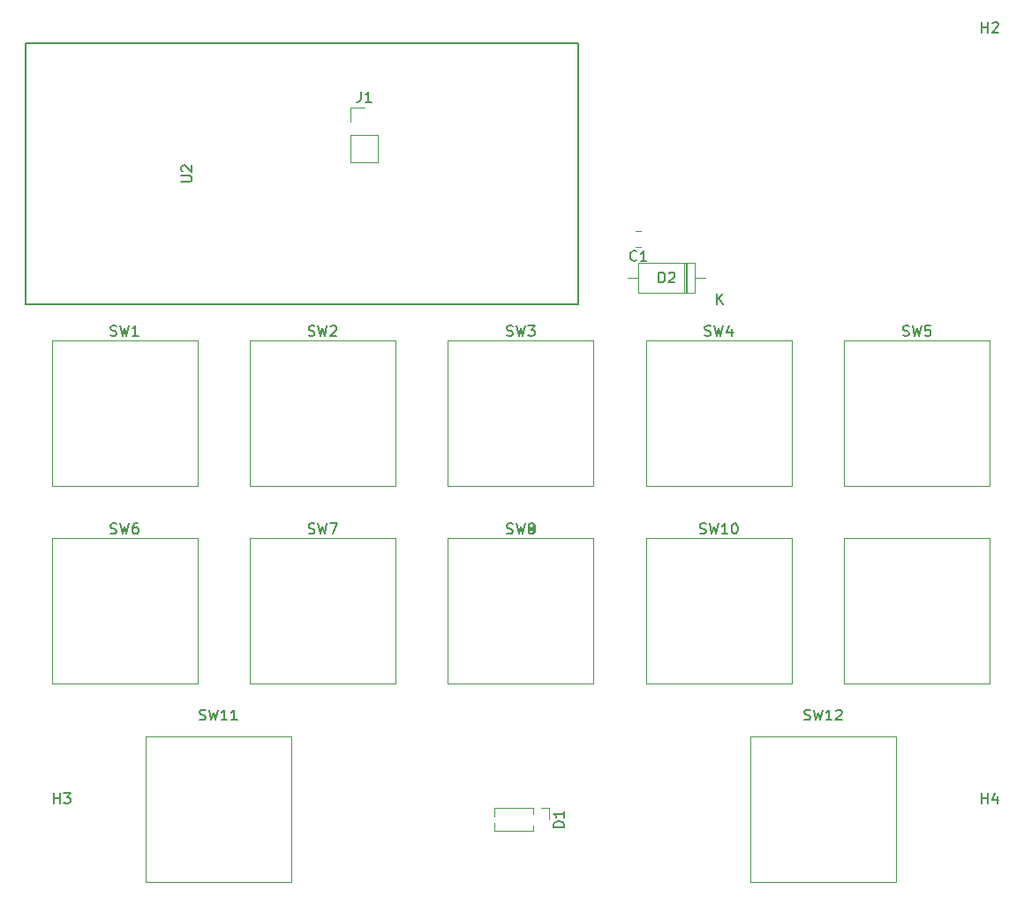
<source format=gto>
%TF.GenerationSoftware,KiCad,Pcbnew,6.0.5-a6ca702e91~116~ubuntu22.04.1*%
%TF.CreationDate,2022-07-07T11:21:45+05:30*%
%TF.ProjectId,macro_pad,6d616372-6f5f-4706-9164-2e6b69636164,rev?*%
%TF.SameCoordinates,Original*%
%TF.FileFunction,Legend,Top*%
%TF.FilePolarity,Positive*%
%FSLAX46Y46*%
G04 Gerber Fmt 4.6, Leading zero omitted, Abs format (unit mm)*
G04 Created by KiCad (PCBNEW 6.0.5-a6ca702e91~116~ubuntu22.04.1) date 2022-07-07 11:21:45*
%MOMM*%
%LPD*%
G01*
G04 APERTURE LIST*
%ADD10C,0.150000*%
%ADD11C,0.120000*%
%ADD12C,0.200000*%
G04 APERTURE END LIST*
D10*
%TO.C,D1*%
X149147380Y-152738095D02*
X148147380Y-152738095D01*
X148147380Y-152500000D01*
X148195000Y-152357142D01*
X148290238Y-152261904D01*
X148385476Y-152214285D01*
X148575952Y-152166666D01*
X148718809Y-152166666D01*
X148909285Y-152214285D01*
X149004523Y-152261904D01*
X149099761Y-152357142D01*
X149147380Y-152500000D01*
X149147380Y-152738095D01*
X149147380Y-151214285D02*
X149147380Y-151785714D01*
X149147380Y-151500000D02*
X148147380Y-151500000D01*
X148290238Y-151595238D01*
X148385476Y-151690476D01*
X148433095Y-151785714D01*
%TO.C,U2*%
X112452380Y-90761904D02*
X113261904Y-90761904D01*
X113357142Y-90714285D01*
X113404761Y-90666666D01*
X113452380Y-90571428D01*
X113452380Y-90380952D01*
X113404761Y-90285714D01*
X113357142Y-90238095D01*
X113261904Y-90190476D01*
X112452380Y-90190476D01*
X112547619Y-89761904D02*
X112500000Y-89714285D01*
X112452380Y-89619047D01*
X112452380Y-89380952D01*
X112500000Y-89285714D01*
X112547619Y-89238095D01*
X112642857Y-89190476D01*
X112738095Y-89190476D01*
X112880952Y-89238095D01*
X113452380Y-89809523D01*
X113452380Y-89190476D01*
%TO.C,SW12*%
X172190476Y-142404761D02*
X172333333Y-142452380D01*
X172571428Y-142452380D01*
X172666666Y-142404761D01*
X172714285Y-142357142D01*
X172761904Y-142261904D01*
X172761904Y-142166666D01*
X172714285Y-142071428D01*
X172666666Y-142023809D01*
X172571428Y-141976190D01*
X172380952Y-141928571D01*
X172285714Y-141880952D01*
X172238095Y-141833333D01*
X172190476Y-141738095D01*
X172190476Y-141642857D01*
X172238095Y-141547619D01*
X172285714Y-141500000D01*
X172380952Y-141452380D01*
X172619047Y-141452380D01*
X172761904Y-141500000D01*
X173095238Y-141452380D02*
X173333333Y-142452380D01*
X173523809Y-141738095D01*
X173714285Y-142452380D01*
X173952380Y-141452380D01*
X174857142Y-142452380D02*
X174285714Y-142452380D01*
X174571428Y-142452380D02*
X174571428Y-141452380D01*
X174476190Y-141595238D01*
X174380952Y-141690476D01*
X174285714Y-141738095D01*
X175238095Y-141547619D02*
X175285714Y-141500000D01*
X175380952Y-141452380D01*
X175619047Y-141452380D01*
X175714285Y-141500000D01*
X175761904Y-141547619D01*
X175809523Y-141642857D01*
X175809523Y-141738095D01*
X175761904Y-141880952D01*
X175190476Y-142452380D01*
X175809523Y-142452380D01*
%TO.C,SW6*%
X105666666Y-124530761D02*
X105809523Y-124578380D01*
X106047619Y-124578380D01*
X106142857Y-124530761D01*
X106190476Y-124483142D01*
X106238095Y-124387904D01*
X106238095Y-124292666D01*
X106190476Y-124197428D01*
X106142857Y-124149809D01*
X106047619Y-124102190D01*
X105857142Y-124054571D01*
X105761904Y-124006952D01*
X105714285Y-123959333D01*
X105666666Y-123864095D01*
X105666666Y-123768857D01*
X105714285Y-123673619D01*
X105761904Y-123626000D01*
X105857142Y-123578380D01*
X106095238Y-123578380D01*
X106238095Y-123626000D01*
X106571428Y-123578380D02*
X106809523Y-124578380D01*
X107000000Y-123864095D01*
X107190476Y-124578380D01*
X107428571Y-123578380D01*
X108238095Y-123578380D02*
X108047619Y-123578380D01*
X107952380Y-123626000D01*
X107904761Y-123673619D01*
X107809523Y-123816476D01*
X107761904Y-124006952D01*
X107761904Y-124387904D01*
X107809523Y-124483142D01*
X107857142Y-124530761D01*
X107952380Y-124578380D01*
X108142857Y-124578380D01*
X108238095Y-124530761D01*
X108285714Y-124483142D01*
X108333333Y-124387904D01*
X108333333Y-124149809D01*
X108285714Y-124054571D01*
X108238095Y-124006952D01*
X108142857Y-123959333D01*
X107952380Y-123959333D01*
X107857142Y-124006952D01*
X107809523Y-124054571D01*
X107761904Y-124149809D01*
%TO.C,SW8*%
X143666666Y-124530761D02*
X143809523Y-124578380D01*
X144047619Y-124578380D01*
X144142857Y-124530761D01*
X144190476Y-124483142D01*
X144238095Y-124387904D01*
X144238095Y-124292666D01*
X144190476Y-124197428D01*
X144142857Y-124149809D01*
X144047619Y-124102190D01*
X143857142Y-124054571D01*
X143761904Y-124006952D01*
X143714285Y-123959333D01*
X143666666Y-123864095D01*
X143666666Y-123768857D01*
X143714285Y-123673619D01*
X143761904Y-123626000D01*
X143857142Y-123578380D01*
X144095238Y-123578380D01*
X144238095Y-123626000D01*
X144571428Y-123578380D02*
X144809523Y-124578380D01*
X145000000Y-123864095D01*
X145190476Y-124578380D01*
X145428571Y-123578380D01*
X145952380Y-124006952D02*
X145857142Y-123959333D01*
X145809523Y-123911714D01*
X145761904Y-123816476D01*
X145761904Y-123768857D01*
X145809523Y-123673619D01*
X145857142Y-123626000D01*
X145952380Y-123578380D01*
X146142857Y-123578380D01*
X146238095Y-123626000D01*
X146285714Y-123673619D01*
X146333333Y-123768857D01*
X146333333Y-123816476D01*
X146285714Y-123911714D01*
X146238095Y-123959333D01*
X146142857Y-124006952D01*
X145952380Y-124006952D01*
X145857142Y-124054571D01*
X145809523Y-124102190D01*
X145761904Y-124197428D01*
X145761904Y-124387904D01*
X145809523Y-124483142D01*
X145857142Y-124530761D01*
X145952380Y-124578380D01*
X146142857Y-124578380D01*
X146238095Y-124530761D01*
X146285714Y-124483142D01*
X146333333Y-124387904D01*
X146333333Y-124197428D01*
X146285714Y-124102190D01*
X146238095Y-124054571D01*
X146142857Y-124006952D01*
%TO.C,SW1*%
X105666666Y-105530761D02*
X105809523Y-105578380D01*
X106047619Y-105578380D01*
X106142857Y-105530761D01*
X106190476Y-105483142D01*
X106238095Y-105387904D01*
X106238095Y-105292666D01*
X106190476Y-105197428D01*
X106142857Y-105149809D01*
X106047619Y-105102190D01*
X105857142Y-105054571D01*
X105761904Y-105006952D01*
X105714285Y-104959333D01*
X105666666Y-104864095D01*
X105666666Y-104768857D01*
X105714285Y-104673619D01*
X105761904Y-104626000D01*
X105857142Y-104578380D01*
X106095238Y-104578380D01*
X106238095Y-104626000D01*
X106571428Y-104578380D02*
X106809523Y-105578380D01*
X107000000Y-104864095D01*
X107190476Y-105578380D01*
X107428571Y-104578380D01*
X108333333Y-105578380D02*
X107761904Y-105578380D01*
X108047619Y-105578380D02*
X108047619Y-104578380D01*
X107952380Y-104721238D01*
X107857142Y-104816476D01*
X107761904Y-104864095D01*
%TO.C,SW9*%
X143666666Y-124530761D02*
X143809523Y-124578380D01*
X144047619Y-124578380D01*
X144142857Y-124530761D01*
X144190476Y-124483142D01*
X144238095Y-124387904D01*
X144238095Y-124292666D01*
X144190476Y-124197428D01*
X144142857Y-124149809D01*
X144047619Y-124102190D01*
X143857142Y-124054571D01*
X143761904Y-124006952D01*
X143714285Y-123959333D01*
X143666666Y-123864095D01*
X143666666Y-123768857D01*
X143714285Y-123673619D01*
X143761904Y-123626000D01*
X143857142Y-123578380D01*
X144095238Y-123578380D01*
X144238095Y-123626000D01*
X144571428Y-123578380D02*
X144809523Y-124578380D01*
X145000000Y-123864095D01*
X145190476Y-124578380D01*
X145428571Y-123578380D01*
X145857142Y-124578380D02*
X146047619Y-124578380D01*
X146142857Y-124530761D01*
X146190476Y-124483142D01*
X146285714Y-124340285D01*
X146333333Y-124149809D01*
X146333333Y-123768857D01*
X146285714Y-123673619D01*
X146238095Y-123626000D01*
X146142857Y-123578380D01*
X145952380Y-123578380D01*
X145857142Y-123626000D01*
X145809523Y-123673619D01*
X145761904Y-123768857D01*
X145761904Y-124006952D01*
X145809523Y-124102190D01*
X145857142Y-124149809D01*
X145952380Y-124197428D01*
X146142857Y-124197428D01*
X146238095Y-124149809D01*
X146285714Y-124102190D01*
X146333333Y-124006952D01*
%TO.C,C1*%
X156123333Y-98297142D02*
X156075714Y-98344761D01*
X155932857Y-98392380D01*
X155837619Y-98392380D01*
X155694761Y-98344761D01*
X155599523Y-98249523D01*
X155551904Y-98154285D01*
X155504285Y-97963809D01*
X155504285Y-97820952D01*
X155551904Y-97630476D01*
X155599523Y-97535238D01*
X155694761Y-97440000D01*
X155837619Y-97392380D01*
X155932857Y-97392380D01*
X156075714Y-97440000D01*
X156123333Y-97487619D01*
X157075714Y-98392380D02*
X156504285Y-98392380D01*
X156790000Y-98392380D02*
X156790000Y-97392380D01*
X156694761Y-97535238D01*
X156599523Y-97630476D01*
X156504285Y-97678095D01*
%TO.C,D2*%
X158261904Y-100452380D02*
X158261904Y-99452380D01*
X158500000Y-99452380D01*
X158642857Y-99500000D01*
X158738095Y-99595238D01*
X158785714Y-99690476D01*
X158833333Y-99880952D01*
X158833333Y-100023809D01*
X158785714Y-100214285D01*
X158738095Y-100309523D01*
X158642857Y-100404761D01*
X158500000Y-100452380D01*
X158261904Y-100452380D01*
X159214285Y-99547619D02*
X159261904Y-99500000D01*
X159357142Y-99452380D01*
X159595238Y-99452380D01*
X159690476Y-99500000D01*
X159738095Y-99547619D01*
X159785714Y-99642857D01*
X159785714Y-99738095D01*
X159738095Y-99880952D01*
X159166666Y-100452380D01*
X159785714Y-100452380D01*
X163818095Y-102552380D02*
X163818095Y-101552380D01*
X164389523Y-102552380D02*
X163960952Y-101980952D01*
X164389523Y-101552380D02*
X163818095Y-102123809D01*
%TO.C,SW2*%
X124666666Y-105530761D02*
X124809523Y-105578380D01*
X125047619Y-105578380D01*
X125142857Y-105530761D01*
X125190476Y-105483142D01*
X125238095Y-105387904D01*
X125238095Y-105292666D01*
X125190476Y-105197428D01*
X125142857Y-105149809D01*
X125047619Y-105102190D01*
X124857142Y-105054571D01*
X124761904Y-105006952D01*
X124714285Y-104959333D01*
X124666666Y-104864095D01*
X124666666Y-104768857D01*
X124714285Y-104673619D01*
X124761904Y-104626000D01*
X124857142Y-104578380D01*
X125095238Y-104578380D01*
X125238095Y-104626000D01*
X125571428Y-104578380D02*
X125809523Y-105578380D01*
X126000000Y-104864095D01*
X126190476Y-105578380D01*
X126428571Y-104578380D01*
X126761904Y-104673619D02*
X126809523Y-104626000D01*
X126904761Y-104578380D01*
X127142857Y-104578380D01*
X127238095Y-104626000D01*
X127285714Y-104673619D01*
X127333333Y-104768857D01*
X127333333Y-104864095D01*
X127285714Y-105006952D01*
X126714285Y-105578380D01*
X127333333Y-105578380D01*
%TO.C,SW5*%
X181666666Y-105530761D02*
X181809523Y-105578380D01*
X182047619Y-105578380D01*
X182142857Y-105530761D01*
X182190476Y-105483142D01*
X182238095Y-105387904D01*
X182238095Y-105292666D01*
X182190476Y-105197428D01*
X182142857Y-105149809D01*
X182047619Y-105102190D01*
X181857142Y-105054571D01*
X181761904Y-105006952D01*
X181714285Y-104959333D01*
X181666666Y-104864095D01*
X181666666Y-104768857D01*
X181714285Y-104673619D01*
X181761904Y-104626000D01*
X181857142Y-104578380D01*
X182095238Y-104578380D01*
X182238095Y-104626000D01*
X182571428Y-104578380D02*
X182809523Y-105578380D01*
X183000000Y-104864095D01*
X183190476Y-105578380D01*
X183428571Y-104578380D01*
X184285714Y-104578380D02*
X183809523Y-104578380D01*
X183761904Y-105054571D01*
X183809523Y-105006952D01*
X183904761Y-104959333D01*
X184142857Y-104959333D01*
X184238095Y-105006952D01*
X184285714Y-105054571D01*
X184333333Y-105149809D01*
X184333333Y-105387904D01*
X184285714Y-105483142D01*
X184238095Y-105530761D01*
X184142857Y-105578380D01*
X183904761Y-105578380D01*
X183809523Y-105530761D01*
X183761904Y-105483142D01*
%TO.C,SW11*%
X114190476Y-142404761D02*
X114333333Y-142452380D01*
X114571428Y-142452380D01*
X114666666Y-142404761D01*
X114714285Y-142357142D01*
X114761904Y-142261904D01*
X114761904Y-142166666D01*
X114714285Y-142071428D01*
X114666666Y-142023809D01*
X114571428Y-141976190D01*
X114380952Y-141928571D01*
X114285714Y-141880952D01*
X114238095Y-141833333D01*
X114190476Y-141738095D01*
X114190476Y-141642857D01*
X114238095Y-141547619D01*
X114285714Y-141500000D01*
X114380952Y-141452380D01*
X114619047Y-141452380D01*
X114761904Y-141500000D01*
X115095238Y-141452380D02*
X115333333Y-142452380D01*
X115523809Y-141738095D01*
X115714285Y-142452380D01*
X115952380Y-141452380D01*
X116857142Y-142452380D02*
X116285714Y-142452380D01*
X116571428Y-142452380D02*
X116571428Y-141452380D01*
X116476190Y-141595238D01*
X116380952Y-141690476D01*
X116285714Y-141738095D01*
X117809523Y-142452380D02*
X117238095Y-142452380D01*
X117523809Y-142452380D02*
X117523809Y-141452380D01*
X117428571Y-141595238D01*
X117333333Y-141690476D01*
X117238095Y-141738095D01*
%TO.C,SW7*%
X124666666Y-124530761D02*
X124809523Y-124578380D01*
X125047619Y-124578380D01*
X125142857Y-124530761D01*
X125190476Y-124483142D01*
X125238095Y-124387904D01*
X125238095Y-124292666D01*
X125190476Y-124197428D01*
X125142857Y-124149809D01*
X125047619Y-124102190D01*
X124857142Y-124054571D01*
X124761904Y-124006952D01*
X124714285Y-123959333D01*
X124666666Y-123864095D01*
X124666666Y-123768857D01*
X124714285Y-123673619D01*
X124761904Y-123626000D01*
X124857142Y-123578380D01*
X125095238Y-123578380D01*
X125238095Y-123626000D01*
X125571428Y-123578380D02*
X125809523Y-124578380D01*
X126000000Y-123864095D01*
X126190476Y-124578380D01*
X126428571Y-123578380D01*
X126714285Y-123578380D02*
X127380952Y-123578380D01*
X126952380Y-124578380D01*
%TO.C,SW3*%
X143666666Y-105530761D02*
X143809523Y-105578380D01*
X144047619Y-105578380D01*
X144142857Y-105530761D01*
X144190476Y-105483142D01*
X144238095Y-105387904D01*
X144238095Y-105292666D01*
X144190476Y-105197428D01*
X144142857Y-105149809D01*
X144047619Y-105102190D01*
X143857142Y-105054571D01*
X143761904Y-105006952D01*
X143714285Y-104959333D01*
X143666666Y-104864095D01*
X143666666Y-104768857D01*
X143714285Y-104673619D01*
X143761904Y-104626000D01*
X143857142Y-104578380D01*
X144095238Y-104578380D01*
X144238095Y-104626000D01*
X144571428Y-104578380D02*
X144809523Y-105578380D01*
X145000000Y-104864095D01*
X145190476Y-105578380D01*
X145428571Y-104578380D01*
X145714285Y-104578380D02*
X146333333Y-104578380D01*
X146000000Y-104959333D01*
X146142857Y-104959333D01*
X146238095Y-105006952D01*
X146285714Y-105054571D01*
X146333333Y-105149809D01*
X146333333Y-105387904D01*
X146285714Y-105483142D01*
X146238095Y-105530761D01*
X146142857Y-105578380D01*
X145857142Y-105578380D01*
X145761904Y-105530761D01*
X145714285Y-105483142D01*
%TO.C,J1*%
X129666666Y-82122380D02*
X129666666Y-82836666D01*
X129619047Y-82979523D01*
X129523809Y-83074761D01*
X129380952Y-83122380D01*
X129285714Y-83122380D01*
X130666666Y-83122380D02*
X130095238Y-83122380D01*
X130380952Y-83122380D02*
X130380952Y-82122380D01*
X130285714Y-82265238D01*
X130190476Y-82360476D01*
X130095238Y-82408095D01*
%TO.C,H2*%
X189238095Y-76452380D02*
X189238095Y-75452380D01*
X189238095Y-75928571D02*
X189809523Y-75928571D01*
X189809523Y-76452380D02*
X189809523Y-75452380D01*
X190238095Y-75547619D02*
X190285714Y-75500000D01*
X190380952Y-75452380D01*
X190619047Y-75452380D01*
X190714285Y-75500000D01*
X190761904Y-75547619D01*
X190809523Y-75642857D01*
X190809523Y-75738095D01*
X190761904Y-75880952D01*
X190190476Y-76452380D01*
X190809523Y-76452380D01*
%TO.C,H4*%
X189238095Y-150452380D02*
X189238095Y-149452380D01*
X189238095Y-149928571D02*
X189809523Y-149928571D01*
X189809523Y-150452380D02*
X189809523Y-149452380D01*
X190714285Y-149785714D02*
X190714285Y-150452380D01*
X190476190Y-149404761D02*
X190238095Y-150119047D01*
X190857142Y-150119047D01*
%TO.C,H3*%
X100238095Y-150452380D02*
X100238095Y-149452380D01*
X100238095Y-149928571D02*
X100809523Y-149928571D01*
X100809523Y-150452380D02*
X100809523Y-149452380D01*
X101190476Y-149452380D02*
X101809523Y-149452380D01*
X101476190Y-149833333D01*
X101619047Y-149833333D01*
X101714285Y-149880952D01*
X101761904Y-149928571D01*
X101809523Y-150023809D01*
X101809523Y-150261904D01*
X101761904Y-150357142D01*
X101714285Y-150404761D01*
X101619047Y-150452380D01*
X101333333Y-150452380D01*
X101238095Y-150404761D01*
X101190476Y-150357142D01*
%TO.C,SW10*%
X162190476Y-124530761D02*
X162333333Y-124578380D01*
X162571428Y-124578380D01*
X162666666Y-124530761D01*
X162714285Y-124483142D01*
X162761904Y-124387904D01*
X162761904Y-124292666D01*
X162714285Y-124197428D01*
X162666666Y-124149809D01*
X162571428Y-124102190D01*
X162380952Y-124054571D01*
X162285714Y-124006952D01*
X162238095Y-123959333D01*
X162190476Y-123864095D01*
X162190476Y-123768857D01*
X162238095Y-123673619D01*
X162285714Y-123626000D01*
X162380952Y-123578380D01*
X162619047Y-123578380D01*
X162761904Y-123626000D01*
X163095238Y-123578380D02*
X163333333Y-124578380D01*
X163523809Y-123864095D01*
X163714285Y-124578380D01*
X163952380Y-123578380D01*
X164857142Y-124578380D02*
X164285714Y-124578380D01*
X164571428Y-124578380D02*
X164571428Y-123578380D01*
X164476190Y-123721238D01*
X164380952Y-123816476D01*
X164285714Y-123864095D01*
X165476190Y-123578380D02*
X165571428Y-123578380D01*
X165666666Y-123626000D01*
X165714285Y-123673619D01*
X165761904Y-123768857D01*
X165809523Y-123959333D01*
X165809523Y-124197428D01*
X165761904Y-124387904D01*
X165714285Y-124483142D01*
X165666666Y-124530761D01*
X165571428Y-124578380D01*
X165476190Y-124578380D01*
X165380952Y-124530761D01*
X165333333Y-124483142D01*
X165285714Y-124387904D01*
X165238095Y-124197428D01*
X165238095Y-123959333D01*
X165285714Y-123768857D01*
X165333333Y-123673619D01*
X165380952Y-123626000D01*
X165476190Y-123578380D01*
%TO.C,SW4*%
X162666666Y-105530761D02*
X162809523Y-105578380D01*
X163047619Y-105578380D01*
X163142857Y-105530761D01*
X163190476Y-105483142D01*
X163238095Y-105387904D01*
X163238095Y-105292666D01*
X163190476Y-105197428D01*
X163142857Y-105149809D01*
X163047619Y-105102190D01*
X162857142Y-105054571D01*
X162761904Y-105006952D01*
X162714285Y-104959333D01*
X162666666Y-104864095D01*
X162666666Y-104768857D01*
X162714285Y-104673619D01*
X162761904Y-104626000D01*
X162857142Y-104578380D01*
X163095238Y-104578380D01*
X163238095Y-104626000D01*
X163571428Y-104578380D02*
X163809523Y-105578380D01*
X164000000Y-104864095D01*
X164190476Y-105578380D01*
X164428571Y-104578380D01*
X165238095Y-104911714D02*
X165238095Y-105578380D01*
X165000000Y-104530761D02*
X164761904Y-105245047D01*
X165380952Y-105245047D01*
D11*
%TO.C,D1*%
X142495000Y-150890000D02*
X142495000Y-151692470D01*
X146240000Y-153110000D02*
X142495000Y-153110000D01*
X142495000Y-152307530D02*
X142495000Y-153110000D01*
X146240000Y-150890000D02*
X142495000Y-150890000D01*
X147000000Y-150890000D02*
X147760000Y-150890000D01*
X146240000Y-152563471D02*
X146240000Y-153110000D01*
X146240000Y-150890000D02*
X146240000Y-151436529D01*
X147760000Y-150890000D02*
X147760000Y-152000000D01*
D12*
%TO.C,U2*%
X97500000Y-102500000D02*
X150500000Y-102500000D01*
X150500000Y-102500000D02*
X150500000Y-77500000D01*
X150500000Y-77500000D02*
X97500000Y-77500000D01*
X97500000Y-77500000D02*
X97500000Y-102500000D01*
D11*
%TO.C,SW12*%
X180985000Y-157985000D02*
X167015000Y-157985000D01*
X180985000Y-144015000D02*
X180985000Y-157985000D01*
X167015000Y-157985000D02*
X167015000Y-144015000D01*
X167015000Y-144015000D02*
X180985000Y-144015000D01*
%TO.C,SW6*%
X100015000Y-138985000D02*
X100015000Y-125015000D01*
X113985000Y-125015000D02*
X113985000Y-138985000D01*
X113985000Y-138985000D02*
X100015000Y-138985000D01*
X100015000Y-125015000D02*
X113985000Y-125015000D01*
%TO.C,SW8*%
X138015000Y-138985000D02*
X138015000Y-125015000D01*
X151985000Y-138985000D02*
X138015000Y-138985000D01*
X151985000Y-125015000D02*
X151985000Y-138985000D01*
X138015000Y-125015000D02*
X151985000Y-125015000D01*
%TO.C,SW1*%
X113985000Y-119985000D02*
X100015000Y-119985000D01*
X113985000Y-106015000D02*
X113985000Y-119985000D01*
X100015000Y-106015000D02*
X113985000Y-106015000D01*
X100015000Y-119985000D02*
X100015000Y-106015000D01*
%TO.C,SW9*%
X157015000Y-125015000D02*
X170985000Y-125015000D01*
X170985000Y-138985000D02*
X157015000Y-138985000D01*
X157015000Y-138985000D02*
X157015000Y-125015000D01*
X170985000Y-125015000D02*
X170985000Y-138985000D01*
%TO.C,C1*%
X156551252Y-95525000D02*
X156028748Y-95525000D01*
X156551252Y-96995000D02*
X156028748Y-96995000D01*
%TO.C,D2*%
X161720000Y-101470000D02*
X161720000Y-98530000D01*
X160820000Y-101470000D02*
X160820000Y-98530000D01*
X160700000Y-101470000D02*
X160700000Y-98530000D01*
X161720000Y-98530000D02*
X156280000Y-98530000D01*
X156280000Y-98530000D02*
X156280000Y-101470000D01*
X160940000Y-101470000D02*
X160940000Y-98530000D01*
X155260000Y-100000000D02*
X156280000Y-100000000D01*
X162740000Y-100000000D02*
X161720000Y-100000000D01*
X156280000Y-101470000D02*
X161720000Y-101470000D01*
%TO.C,SW2*%
X119015000Y-106015000D02*
X132985000Y-106015000D01*
X132985000Y-119985000D02*
X119015000Y-119985000D01*
X119015000Y-119985000D02*
X119015000Y-106015000D01*
X132985000Y-106015000D02*
X132985000Y-119985000D01*
%TO.C,SW5*%
X189985000Y-119985000D02*
X176015000Y-119985000D01*
X176015000Y-119985000D02*
X176015000Y-106015000D01*
X189985000Y-106015000D02*
X189985000Y-119985000D01*
X176015000Y-106015000D02*
X189985000Y-106015000D01*
%TO.C,SW11*%
X122985000Y-144015000D02*
X122985000Y-157985000D01*
X109015000Y-157985000D02*
X109015000Y-144015000D01*
X109015000Y-144015000D02*
X122985000Y-144015000D01*
X122985000Y-157985000D02*
X109015000Y-157985000D01*
%TO.C,SW7*%
X119015000Y-138985000D02*
X119015000Y-125015000D01*
X119015000Y-125015000D02*
X132985000Y-125015000D01*
X132985000Y-138985000D02*
X119015000Y-138985000D01*
X132985000Y-125015000D02*
X132985000Y-138985000D01*
%TO.C,SW3*%
X151985000Y-106015000D02*
X151985000Y-119985000D01*
X138015000Y-106015000D02*
X151985000Y-106015000D01*
X151985000Y-119985000D02*
X138015000Y-119985000D01*
X138015000Y-119985000D02*
X138015000Y-106015000D01*
%TO.C,J1*%
X128670000Y-86270000D02*
X128670000Y-88870000D01*
X128670000Y-83670000D02*
X130000000Y-83670000D01*
X128670000Y-88870000D02*
X131330000Y-88870000D01*
X128670000Y-85000000D02*
X128670000Y-83670000D01*
X128670000Y-86270000D02*
X131330000Y-86270000D01*
X131330000Y-86270000D02*
X131330000Y-88870000D01*
%TO.C,SW10*%
X176015000Y-125015000D02*
X189985000Y-125015000D01*
X176015000Y-138985000D02*
X176015000Y-125015000D01*
X189985000Y-138985000D02*
X176015000Y-138985000D01*
X189985000Y-125015000D02*
X189985000Y-138985000D01*
%TO.C,SW4*%
X157015000Y-106015000D02*
X170985000Y-106015000D01*
X170985000Y-119985000D02*
X157015000Y-119985000D01*
X157015000Y-119985000D02*
X157015000Y-106015000D01*
X170985000Y-106015000D02*
X170985000Y-119985000D01*
%TD*%
M02*

</source>
